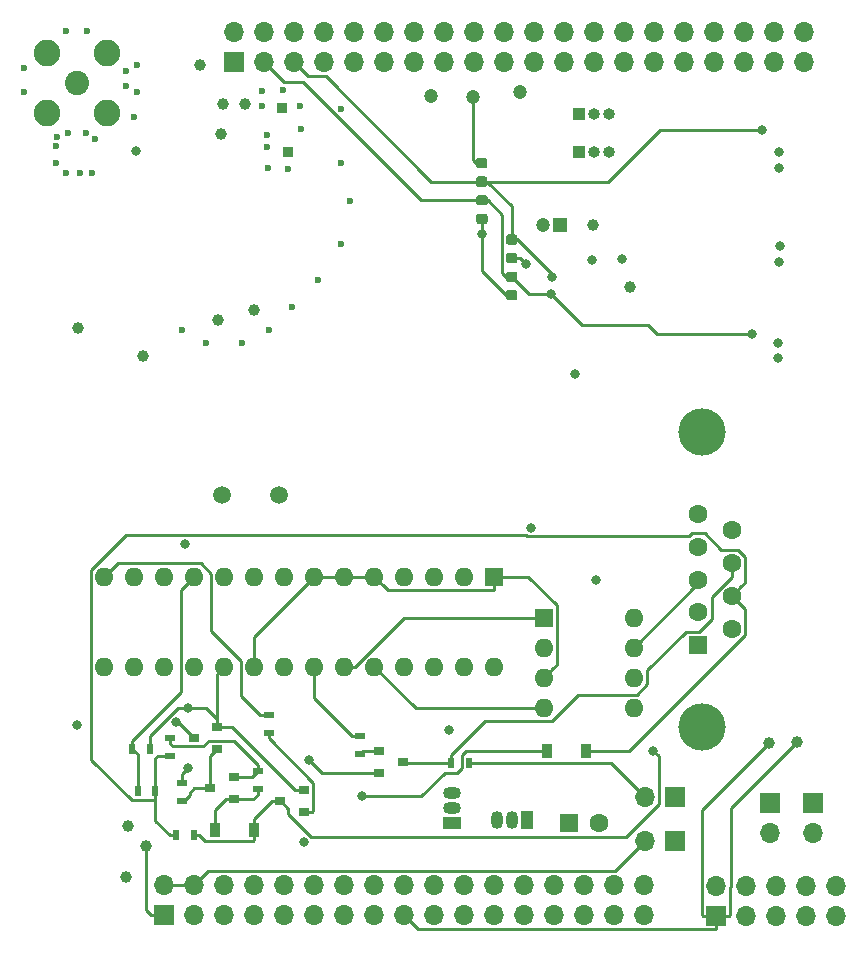
<source format=gbl>
G04 #@! TF.GenerationSoftware,KiCad,Pcbnew,(5.1.5)-3*
G04 #@! TF.CreationDate,2020-04-30T00:21:43-07:00*
G04 #@! TF.ProjectId,DashSight-Mezzanine-Card,44617368-5369-4676-9874-2d4d657a7a61,rev?*
G04 #@! TF.SameCoordinates,Original*
G04 #@! TF.FileFunction,Copper,L4,Bot*
G04 #@! TF.FilePolarity,Positive*
%FSLAX46Y46*%
G04 Gerber Fmt 4.6, Leading zero omitted, Abs format (unit mm)*
G04 Created by KiCad (PCBNEW (5.1.5)-3) date 2020-04-30 00:21:43*
%MOMM*%
%LPD*%
G04 APERTURE LIST*
%ADD10C,1.500000*%
%ADD11R,1.500000X1.050000*%
%ADD12O,1.500000X1.050000*%
%ADD13O,1.600000X1.600000*%
%ADD14R,1.600000X1.600000*%
%ADD15O,1.700000X1.700000*%
%ADD16R,1.700000X1.700000*%
%ADD17C,2.250000*%
%ADD18C,2.050000*%
%ADD19O,1.000000X1.000000*%
%ADD20R,1.000000X1.000000*%
%ADD21R,0.850000X0.850000*%
%ADD22C,0.100000*%
%ADD23C,1.200000*%
%ADD24R,1.200000X1.200000*%
%ADD25R,1.050000X1.500000*%
%ADD26O,1.050000X1.500000*%
%ADD27C,1.600000*%
%ADD28R,0.900000X0.800000*%
%ADD29C,4.000000*%
%ADD30R,0.900000X0.500000*%
%ADD31R,0.900000X1.200000*%
%ADD32R,0.500000X0.900000*%
%ADD33C,0.600000*%
%ADD34C,0.800000*%
%ADD35C,1.000000*%
%ADD36C,0.250000*%
G04 APERTURE END LIST*
D10*
X145869000Y-87439500D03*
X150749000Y-87439500D03*
D11*
X165417500Y-115189000D03*
D12*
X165417500Y-112649000D03*
X165417500Y-113919000D03*
D13*
X180784500Y-97853500D03*
X173164500Y-105473500D03*
X180784500Y-100393500D03*
X173164500Y-102933500D03*
X180784500Y-102933500D03*
X173164500Y-100393500D03*
X180784500Y-105473500D03*
D14*
X173164500Y-97853500D03*
D15*
X181737000Y-113030000D03*
D16*
X184277000Y-113030000D03*
D15*
X181737000Y-116713000D03*
D16*
X184277000Y-116713000D03*
D15*
X197866000Y-120523000D03*
X197866000Y-123063000D03*
X195326000Y-120523000D03*
X195326000Y-123063000D03*
X192786000Y-120523000D03*
X192786000Y-123063000D03*
X190246000Y-120523000D03*
X190246000Y-123063000D03*
X187706000Y-120523000D03*
D16*
X187706000Y-123063000D03*
D17*
X131064000Y-55118000D03*
X131064000Y-50038000D03*
X136144000Y-50038000D03*
X136144000Y-55118000D03*
D18*
X133604000Y-52578000D03*
D15*
X181640000Y-120460000D03*
X181640000Y-123000000D03*
X179100000Y-120460000D03*
X179100000Y-123000000D03*
X176560000Y-120460000D03*
X176560000Y-123000000D03*
X174020000Y-120460000D03*
X174020000Y-123000000D03*
X171480000Y-120460000D03*
X171480000Y-123000000D03*
X168940000Y-120460000D03*
X168940000Y-123000000D03*
X166400000Y-120460000D03*
X166400000Y-123000000D03*
X163860000Y-120460000D03*
X163860000Y-123000000D03*
X161320000Y-120460000D03*
X161320000Y-123000000D03*
X158780000Y-120460000D03*
X158780000Y-123000000D03*
X156240000Y-120460000D03*
X156240000Y-123000000D03*
X153700000Y-120460000D03*
X153700000Y-123000000D03*
X151160000Y-120460000D03*
X151160000Y-123000000D03*
X148620000Y-120460000D03*
X148620000Y-123000000D03*
X146080000Y-120460000D03*
X146080000Y-123000000D03*
X143540000Y-120460000D03*
X143540000Y-123000000D03*
X141000000Y-120460000D03*
D16*
X141000000Y-123000000D03*
D15*
X195199000Y-48276000D03*
X195199000Y-50816000D03*
X192659000Y-48276000D03*
X192659000Y-50816000D03*
X190119000Y-48276000D03*
X190119000Y-50816000D03*
X187579000Y-48276000D03*
X187579000Y-50816000D03*
X185039000Y-48276000D03*
X185039000Y-50816000D03*
X182499000Y-48276000D03*
X182499000Y-50816000D03*
X179959000Y-48276000D03*
X179959000Y-50816000D03*
X177419000Y-48276000D03*
X177419000Y-50816000D03*
X174879000Y-48276000D03*
X174879000Y-50816000D03*
X172339000Y-48276000D03*
X172339000Y-50816000D03*
X169799000Y-48276000D03*
X169799000Y-50816000D03*
X167259000Y-48276000D03*
X167259000Y-50816000D03*
X164719000Y-48276000D03*
X164719000Y-50816000D03*
X162179000Y-48276000D03*
X162179000Y-50816000D03*
X159639000Y-48276000D03*
X159639000Y-50816000D03*
X157099000Y-48276000D03*
X157099000Y-50816000D03*
X154559000Y-48276000D03*
X154559000Y-50816000D03*
X152019000Y-48276000D03*
X152019000Y-50816000D03*
X149479000Y-48276000D03*
X149479000Y-50816000D03*
X146939000Y-48276000D03*
D16*
X146939000Y-50816000D03*
D19*
X178714400Y-55168800D03*
X177444400Y-55168800D03*
D20*
X176174400Y-55168800D03*
D19*
X178714400Y-58394600D03*
X177444400Y-58394600D03*
D20*
X176174400Y-58394600D03*
D21*
X151028400Y-54711600D03*
X151536400Y-58420000D03*
G04 #@! TA.AperFunction,SMDPad,CuDef*
D22*
G36*
X168197091Y-62047453D02*
G01*
X168218326Y-62050603D01*
X168239150Y-62055819D01*
X168259362Y-62063051D01*
X168278768Y-62072230D01*
X168297181Y-62083266D01*
X168314424Y-62096054D01*
X168330330Y-62110470D01*
X168344746Y-62126376D01*
X168357534Y-62143619D01*
X168368570Y-62162032D01*
X168377749Y-62181438D01*
X168384981Y-62201650D01*
X168390197Y-62222474D01*
X168393347Y-62243709D01*
X168394400Y-62265150D01*
X168394400Y-62702650D01*
X168393347Y-62724091D01*
X168390197Y-62745326D01*
X168384981Y-62766150D01*
X168377749Y-62786362D01*
X168368570Y-62805768D01*
X168357534Y-62824181D01*
X168344746Y-62841424D01*
X168330330Y-62857330D01*
X168314424Y-62871746D01*
X168297181Y-62884534D01*
X168278768Y-62895570D01*
X168259362Y-62904749D01*
X168239150Y-62911981D01*
X168218326Y-62917197D01*
X168197091Y-62920347D01*
X168175650Y-62921400D01*
X167663150Y-62921400D01*
X167641709Y-62920347D01*
X167620474Y-62917197D01*
X167599650Y-62911981D01*
X167579438Y-62904749D01*
X167560032Y-62895570D01*
X167541619Y-62884534D01*
X167524376Y-62871746D01*
X167508470Y-62857330D01*
X167494054Y-62841424D01*
X167481266Y-62824181D01*
X167470230Y-62805768D01*
X167461051Y-62786362D01*
X167453819Y-62766150D01*
X167448603Y-62745326D01*
X167445453Y-62724091D01*
X167444400Y-62702650D01*
X167444400Y-62265150D01*
X167445453Y-62243709D01*
X167448603Y-62222474D01*
X167453819Y-62201650D01*
X167461051Y-62181438D01*
X167470230Y-62162032D01*
X167481266Y-62143619D01*
X167494054Y-62126376D01*
X167508470Y-62110470D01*
X167524376Y-62096054D01*
X167541619Y-62083266D01*
X167560032Y-62072230D01*
X167579438Y-62063051D01*
X167599650Y-62055819D01*
X167620474Y-62050603D01*
X167641709Y-62047453D01*
X167663150Y-62046400D01*
X168175650Y-62046400D01*
X168197091Y-62047453D01*
G37*
G04 #@! TD.AperFunction*
G04 #@! TA.AperFunction,SMDPad,CuDef*
G36*
X168197091Y-63622453D02*
G01*
X168218326Y-63625603D01*
X168239150Y-63630819D01*
X168259362Y-63638051D01*
X168278768Y-63647230D01*
X168297181Y-63658266D01*
X168314424Y-63671054D01*
X168330330Y-63685470D01*
X168344746Y-63701376D01*
X168357534Y-63718619D01*
X168368570Y-63737032D01*
X168377749Y-63756438D01*
X168384981Y-63776650D01*
X168390197Y-63797474D01*
X168393347Y-63818709D01*
X168394400Y-63840150D01*
X168394400Y-64277650D01*
X168393347Y-64299091D01*
X168390197Y-64320326D01*
X168384981Y-64341150D01*
X168377749Y-64361362D01*
X168368570Y-64380768D01*
X168357534Y-64399181D01*
X168344746Y-64416424D01*
X168330330Y-64432330D01*
X168314424Y-64446746D01*
X168297181Y-64459534D01*
X168278768Y-64470570D01*
X168259362Y-64479749D01*
X168239150Y-64486981D01*
X168218326Y-64492197D01*
X168197091Y-64495347D01*
X168175650Y-64496400D01*
X167663150Y-64496400D01*
X167641709Y-64495347D01*
X167620474Y-64492197D01*
X167599650Y-64486981D01*
X167579438Y-64479749D01*
X167560032Y-64470570D01*
X167541619Y-64459534D01*
X167524376Y-64446746D01*
X167508470Y-64432330D01*
X167494054Y-64416424D01*
X167481266Y-64399181D01*
X167470230Y-64380768D01*
X167461051Y-64361362D01*
X167453819Y-64341150D01*
X167448603Y-64320326D01*
X167445453Y-64299091D01*
X167444400Y-64277650D01*
X167444400Y-63840150D01*
X167445453Y-63818709D01*
X167448603Y-63797474D01*
X167453819Y-63776650D01*
X167461051Y-63756438D01*
X167470230Y-63737032D01*
X167481266Y-63718619D01*
X167494054Y-63701376D01*
X167508470Y-63685470D01*
X167524376Y-63671054D01*
X167541619Y-63658266D01*
X167560032Y-63647230D01*
X167579438Y-63638051D01*
X167599650Y-63630819D01*
X167620474Y-63625603D01*
X167641709Y-63622453D01*
X167663150Y-63621400D01*
X168175650Y-63621400D01*
X168197091Y-63622453D01*
G37*
G04 #@! TD.AperFunction*
G04 #@! TA.AperFunction,SMDPad,CuDef*
G36*
X168171691Y-60472853D02*
G01*
X168192926Y-60476003D01*
X168213750Y-60481219D01*
X168233962Y-60488451D01*
X168253368Y-60497630D01*
X168271781Y-60508666D01*
X168289024Y-60521454D01*
X168304930Y-60535870D01*
X168319346Y-60551776D01*
X168332134Y-60569019D01*
X168343170Y-60587432D01*
X168352349Y-60606838D01*
X168359581Y-60627050D01*
X168364797Y-60647874D01*
X168367947Y-60669109D01*
X168369000Y-60690550D01*
X168369000Y-61128050D01*
X168367947Y-61149491D01*
X168364797Y-61170726D01*
X168359581Y-61191550D01*
X168352349Y-61211762D01*
X168343170Y-61231168D01*
X168332134Y-61249581D01*
X168319346Y-61266824D01*
X168304930Y-61282730D01*
X168289024Y-61297146D01*
X168271781Y-61309934D01*
X168253368Y-61320970D01*
X168233962Y-61330149D01*
X168213750Y-61337381D01*
X168192926Y-61342597D01*
X168171691Y-61345747D01*
X168150250Y-61346800D01*
X167637750Y-61346800D01*
X167616309Y-61345747D01*
X167595074Y-61342597D01*
X167574250Y-61337381D01*
X167554038Y-61330149D01*
X167534632Y-61320970D01*
X167516219Y-61309934D01*
X167498976Y-61297146D01*
X167483070Y-61282730D01*
X167468654Y-61266824D01*
X167455866Y-61249581D01*
X167444830Y-61231168D01*
X167435651Y-61211762D01*
X167428419Y-61191550D01*
X167423203Y-61170726D01*
X167420053Y-61149491D01*
X167419000Y-61128050D01*
X167419000Y-60690550D01*
X167420053Y-60669109D01*
X167423203Y-60647874D01*
X167428419Y-60627050D01*
X167435651Y-60606838D01*
X167444830Y-60587432D01*
X167455866Y-60569019D01*
X167468654Y-60551776D01*
X167483070Y-60535870D01*
X167498976Y-60521454D01*
X167516219Y-60508666D01*
X167534632Y-60497630D01*
X167554038Y-60488451D01*
X167574250Y-60481219D01*
X167595074Y-60476003D01*
X167616309Y-60472853D01*
X167637750Y-60471800D01*
X168150250Y-60471800D01*
X168171691Y-60472853D01*
G37*
G04 #@! TD.AperFunction*
G04 #@! TA.AperFunction,SMDPad,CuDef*
G36*
X168171691Y-58897853D02*
G01*
X168192926Y-58901003D01*
X168213750Y-58906219D01*
X168233962Y-58913451D01*
X168253368Y-58922630D01*
X168271781Y-58933666D01*
X168289024Y-58946454D01*
X168304930Y-58960870D01*
X168319346Y-58976776D01*
X168332134Y-58994019D01*
X168343170Y-59012432D01*
X168352349Y-59031838D01*
X168359581Y-59052050D01*
X168364797Y-59072874D01*
X168367947Y-59094109D01*
X168369000Y-59115550D01*
X168369000Y-59553050D01*
X168367947Y-59574491D01*
X168364797Y-59595726D01*
X168359581Y-59616550D01*
X168352349Y-59636762D01*
X168343170Y-59656168D01*
X168332134Y-59674581D01*
X168319346Y-59691824D01*
X168304930Y-59707730D01*
X168289024Y-59722146D01*
X168271781Y-59734934D01*
X168253368Y-59745970D01*
X168233962Y-59755149D01*
X168213750Y-59762381D01*
X168192926Y-59767597D01*
X168171691Y-59770747D01*
X168150250Y-59771800D01*
X167637750Y-59771800D01*
X167616309Y-59770747D01*
X167595074Y-59767597D01*
X167574250Y-59762381D01*
X167554038Y-59755149D01*
X167534632Y-59745970D01*
X167516219Y-59734934D01*
X167498976Y-59722146D01*
X167483070Y-59707730D01*
X167468654Y-59691824D01*
X167455866Y-59674581D01*
X167444830Y-59656168D01*
X167435651Y-59636762D01*
X167428419Y-59616550D01*
X167423203Y-59595726D01*
X167420053Y-59574491D01*
X167419000Y-59553050D01*
X167419000Y-59115550D01*
X167420053Y-59094109D01*
X167423203Y-59072874D01*
X167428419Y-59052050D01*
X167435651Y-59031838D01*
X167444830Y-59012432D01*
X167455866Y-58994019D01*
X167468654Y-58976776D01*
X167483070Y-58960870D01*
X167498976Y-58946454D01*
X167516219Y-58933666D01*
X167534632Y-58922630D01*
X167554038Y-58913451D01*
X167574250Y-58906219D01*
X167595074Y-58901003D01*
X167616309Y-58897853D01*
X167637750Y-58896800D01*
X168150250Y-58896800D01*
X168171691Y-58897853D01*
G37*
G04 #@! TD.AperFunction*
G04 #@! TA.AperFunction,SMDPad,CuDef*
G36*
X170711691Y-68524453D02*
G01*
X170732926Y-68527603D01*
X170753750Y-68532819D01*
X170773962Y-68540051D01*
X170793368Y-68549230D01*
X170811781Y-68560266D01*
X170829024Y-68573054D01*
X170844930Y-68587470D01*
X170859346Y-68603376D01*
X170872134Y-68620619D01*
X170883170Y-68639032D01*
X170892349Y-68658438D01*
X170899581Y-68678650D01*
X170904797Y-68699474D01*
X170907947Y-68720709D01*
X170909000Y-68742150D01*
X170909000Y-69179650D01*
X170907947Y-69201091D01*
X170904797Y-69222326D01*
X170899581Y-69243150D01*
X170892349Y-69263362D01*
X170883170Y-69282768D01*
X170872134Y-69301181D01*
X170859346Y-69318424D01*
X170844930Y-69334330D01*
X170829024Y-69348746D01*
X170811781Y-69361534D01*
X170793368Y-69372570D01*
X170773962Y-69381749D01*
X170753750Y-69388981D01*
X170732926Y-69394197D01*
X170711691Y-69397347D01*
X170690250Y-69398400D01*
X170177750Y-69398400D01*
X170156309Y-69397347D01*
X170135074Y-69394197D01*
X170114250Y-69388981D01*
X170094038Y-69381749D01*
X170074632Y-69372570D01*
X170056219Y-69361534D01*
X170038976Y-69348746D01*
X170023070Y-69334330D01*
X170008654Y-69318424D01*
X169995866Y-69301181D01*
X169984830Y-69282768D01*
X169975651Y-69263362D01*
X169968419Y-69243150D01*
X169963203Y-69222326D01*
X169960053Y-69201091D01*
X169959000Y-69179650D01*
X169959000Y-68742150D01*
X169960053Y-68720709D01*
X169963203Y-68699474D01*
X169968419Y-68678650D01*
X169975651Y-68658438D01*
X169984830Y-68639032D01*
X169995866Y-68620619D01*
X170008654Y-68603376D01*
X170023070Y-68587470D01*
X170038976Y-68573054D01*
X170056219Y-68560266D01*
X170074632Y-68549230D01*
X170094038Y-68540051D01*
X170114250Y-68532819D01*
X170135074Y-68527603D01*
X170156309Y-68524453D01*
X170177750Y-68523400D01*
X170690250Y-68523400D01*
X170711691Y-68524453D01*
G37*
G04 #@! TD.AperFunction*
G04 #@! TA.AperFunction,SMDPad,CuDef*
G36*
X170711691Y-70099453D02*
G01*
X170732926Y-70102603D01*
X170753750Y-70107819D01*
X170773962Y-70115051D01*
X170793368Y-70124230D01*
X170811781Y-70135266D01*
X170829024Y-70148054D01*
X170844930Y-70162470D01*
X170859346Y-70178376D01*
X170872134Y-70195619D01*
X170883170Y-70214032D01*
X170892349Y-70233438D01*
X170899581Y-70253650D01*
X170904797Y-70274474D01*
X170907947Y-70295709D01*
X170909000Y-70317150D01*
X170909000Y-70754650D01*
X170907947Y-70776091D01*
X170904797Y-70797326D01*
X170899581Y-70818150D01*
X170892349Y-70838362D01*
X170883170Y-70857768D01*
X170872134Y-70876181D01*
X170859346Y-70893424D01*
X170844930Y-70909330D01*
X170829024Y-70923746D01*
X170811781Y-70936534D01*
X170793368Y-70947570D01*
X170773962Y-70956749D01*
X170753750Y-70963981D01*
X170732926Y-70969197D01*
X170711691Y-70972347D01*
X170690250Y-70973400D01*
X170177750Y-70973400D01*
X170156309Y-70972347D01*
X170135074Y-70969197D01*
X170114250Y-70963981D01*
X170094038Y-70956749D01*
X170074632Y-70947570D01*
X170056219Y-70936534D01*
X170038976Y-70923746D01*
X170023070Y-70909330D01*
X170008654Y-70893424D01*
X169995866Y-70876181D01*
X169984830Y-70857768D01*
X169975651Y-70838362D01*
X169968419Y-70818150D01*
X169963203Y-70797326D01*
X169960053Y-70776091D01*
X169959000Y-70754650D01*
X169959000Y-70317150D01*
X169960053Y-70295709D01*
X169963203Y-70274474D01*
X169968419Y-70253650D01*
X169975651Y-70233438D01*
X169984830Y-70214032D01*
X169995866Y-70195619D01*
X170008654Y-70178376D01*
X170023070Y-70162470D01*
X170038976Y-70148054D01*
X170056219Y-70135266D01*
X170074632Y-70124230D01*
X170094038Y-70115051D01*
X170114250Y-70107819D01*
X170135074Y-70102603D01*
X170156309Y-70099453D01*
X170177750Y-70098400D01*
X170690250Y-70098400D01*
X170711691Y-70099453D01*
G37*
G04 #@! TD.AperFunction*
G04 #@! TA.AperFunction,SMDPad,CuDef*
G36*
X170711691Y-65374853D02*
G01*
X170732926Y-65378003D01*
X170753750Y-65383219D01*
X170773962Y-65390451D01*
X170793368Y-65399630D01*
X170811781Y-65410666D01*
X170829024Y-65423454D01*
X170844930Y-65437870D01*
X170859346Y-65453776D01*
X170872134Y-65471019D01*
X170883170Y-65489432D01*
X170892349Y-65508838D01*
X170899581Y-65529050D01*
X170904797Y-65549874D01*
X170907947Y-65571109D01*
X170909000Y-65592550D01*
X170909000Y-66030050D01*
X170907947Y-66051491D01*
X170904797Y-66072726D01*
X170899581Y-66093550D01*
X170892349Y-66113762D01*
X170883170Y-66133168D01*
X170872134Y-66151581D01*
X170859346Y-66168824D01*
X170844930Y-66184730D01*
X170829024Y-66199146D01*
X170811781Y-66211934D01*
X170793368Y-66222970D01*
X170773962Y-66232149D01*
X170753750Y-66239381D01*
X170732926Y-66244597D01*
X170711691Y-66247747D01*
X170690250Y-66248800D01*
X170177750Y-66248800D01*
X170156309Y-66247747D01*
X170135074Y-66244597D01*
X170114250Y-66239381D01*
X170094038Y-66232149D01*
X170074632Y-66222970D01*
X170056219Y-66211934D01*
X170038976Y-66199146D01*
X170023070Y-66184730D01*
X170008654Y-66168824D01*
X169995866Y-66151581D01*
X169984830Y-66133168D01*
X169975651Y-66113762D01*
X169968419Y-66093550D01*
X169963203Y-66072726D01*
X169960053Y-66051491D01*
X169959000Y-66030050D01*
X169959000Y-65592550D01*
X169960053Y-65571109D01*
X169963203Y-65549874D01*
X169968419Y-65529050D01*
X169975651Y-65508838D01*
X169984830Y-65489432D01*
X169995866Y-65471019D01*
X170008654Y-65453776D01*
X170023070Y-65437870D01*
X170038976Y-65423454D01*
X170056219Y-65410666D01*
X170074632Y-65399630D01*
X170094038Y-65390451D01*
X170114250Y-65383219D01*
X170135074Y-65378003D01*
X170156309Y-65374853D01*
X170177750Y-65373800D01*
X170690250Y-65373800D01*
X170711691Y-65374853D01*
G37*
G04 #@! TD.AperFunction*
G04 #@! TA.AperFunction,SMDPad,CuDef*
G36*
X170711691Y-66949853D02*
G01*
X170732926Y-66953003D01*
X170753750Y-66958219D01*
X170773962Y-66965451D01*
X170793368Y-66974630D01*
X170811781Y-66985666D01*
X170829024Y-66998454D01*
X170844930Y-67012870D01*
X170859346Y-67028776D01*
X170872134Y-67046019D01*
X170883170Y-67064432D01*
X170892349Y-67083838D01*
X170899581Y-67104050D01*
X170904797Y-67124874D01*
X170907947Y-67146109D01*
X170909000Y-67167550D01*
X170909000Y-67605050D01*
X170907947Y-67626491D01*
X170904797Y-67647726D01*
X170899581Y-67668550D01*
X170892349Y-67688762D01*
X170883170Y-67708168D01*
X170872134Y-67726581D01*
X170859346Y-67743824D01*
X170844930Y-67759730D01*
X170829024Y-67774146D01*
X170811781Y-67786934D01*
X170793368Y-67797970D01*
X170773962Y-67807149D01*
X170753750Y-67814381D01*
X170732926Y-67819597D01*
X170711691Y-67822747D01*
X170690250Y-67823800D01*
X170177750Y-67823800D01*
X170156309Y-67822747D01*
X170135074Y-67819597D01*
X170114250Y-67814381D01*
X170094038Y-67807149D01*
X170074632Y-67797970D01*
X170056219Y-67786934D01*
X170038976Y-67774146D01*
X170023070Y-67759730D01*
X170008654Y-67743824D01*
X169995866Y-67726581D01*
X169984830Y-67708168D01*
X169975651Y-67688762D01*
X169968419Y-67668550D01*
X169963203Y-67647726D01*
X169960053Y-67626491D01*
X169959000Y-67605050D01*
X169959000Y-67167550D01*
X169960053Y-67146109D01*
X169963203Y-67124874D01*
X169968419Y-67104050D01*
X169975651Y-67083838D01*
X169984830Y-67064432D01*
X169995866Y-67046019D01*
X170008654Y-67028776D01*
X170023070Y-67012870D01*
X170038976Y-66998454D01*
X170056219Y-66985666D01*
X170074632Y-66974630D01*
X170094038Y-66965451D01*
X170114250Y-66958219D01*
X170135074Y-66953003D01*
X170156309Y-66949853D01*
X170177750Y-66948800D01*
X170690250Y-66948800D01*
X170711691Y-66949853D01*
G37*
G04 #@! TD.AperFunction*
D23*
X173048800Y-64617600D03*
D24*
X174548800Y-64617600D03*
D25*
X171704000Y-114998500D03*
D26*
X169164000Y-114998500D03*
X170434000Y-114998500D03*
D27*
X177823500Y-115252500D03*
D14*
X175323500Y-115252500D03*
D15*
X192278000Y-116078000D03*
D16*
X192278000Y-113538000D03*
D15*
X195961000Y-116078000D03*
D16*
X195961000Y-113538000D03*
D28*
X161210500Y-110045500D03*
X159210500Y-109095500D03*
X159210500Y-110995500D03*
X143526000Y-108013500D03*
X145526000Y-108963500D03*
X145526000Y-107063500D03*
X144923000Y-112268000D03*
X146923000Y-113218000D03*
X146923000Y-111318000D03*
X150828500Y-113347500D03*
X152828500Y-114297500D03*
X152828500Y-112397500D03*
D29*
X186545500Y-82099500D03*
X186545500Y-107099500D03*
D27*
X189085500Y-90444500D03*
X189085500Y-93214500D03*
X189085500Y-95984500D03*
X189085500Y-98754500D03*
X186245500Y-89059500D03*
X186245500Y-91829500D03*
X186245500Y-94599500D03*
X186245500Y-97369500D03*
D14*
X186245500Y-100139500D03*
D30*
X142494000Y-113335500D03*
X142494000Y-111835500D03*
D31*
X176719500Y-109156500D03*
X173419500Y-109156500D03*
X148589000Y-115824000D03*
X145289000Y-115824000D03*
D14*
X168973500Y-94361000D03*
D13*
X135953500Y-101981000D03*
X166433500Y-94361000D03*
X138493500Y-101981000D03*
X163893500Y-94361000D03*
X141033500Y-101981000D03*
X161353500Y-94361000D03*
X143573500Y-101981000D03*
X158813500Y-94361000D03*
X146113500Y-101981000D03*
X156273500Y-94361000D03*
X148653500Y-101981000D03*
X153733500Y-94361000D03*
X151193500Y-101981000D03*
X151193500Y-94361000D03*
X153733500Y-101981000D03*
X148653500Y-94361000D03*
X156273500Y-101981000D03*
X146113500Y-94361000D03*
X158813500Y-101981000D03*
X143573500Y-94361000D03*
X161353500Y-101981000D03*
X141033500Y-94361000D03*
X163893500Y-101981000D03*
X138493500Y-94361000D03*
X166433500Y-101981000D03*
X135953500Y-94361000D03*
X168973500Y-101981000D03*
D32*
X166802500Y-110172500D03*
X165302500Y-110172500D03*
X138315000Y-108966000D03*
X139815000Y-108966000D03*
X138759500Y-112522000D03*
X140259500Y-112522000D03*
D30*
X141541500Y-109525500D03*
X141541500Y-108025500D03*
X157607000Y-107835000D03*
X157607000Y-109335000D03*
D32*
X141998000Y-116268500D03*
X143498000Y-116268500D03*
D30*
X148971000Y-112319500D03*
X148971000Y-110819500D03*
X149860000Y-107557000D03*
X149860000Y-106057000D03*
D33*
X149313900Y-53276500D03*
X138480800Y-55422800D03*
D34*
X193090800Y-59740800D03*
X193090800Y-67691000D03*
X193014600Y-75869800D03*
X179781200Y-67462400D03*
D35*
X180441600Y-69850000D03*
X177342800Y-64566800D03*
D23*
X171119800Y-53340000D03*
D33*
X149720300Y-56984900D03*
X149720300Y-58013600D03*
X149771100Y-59778900D03*
X149313900Y-54495700D03*
X151091900Y-53124100D03*
X152552400Y-54508400D03*
X152615900Y-56426100D03*
X151498300Y-59880500D03*
D23*
X163576000Y-53695600D03*
D34*
X143065500Y-105473500D03*
X143002000Y-110553500D03*
X165163500Y-107378500D03*
X153289000Y-109918500D03*
X142748000Y-91567000D03*
X133667500Y-106934000D03*
X172085000Y-90233500D03*
X177546000Y-94615000D03*
D33*
X144589500Y-74549000D03*
X147574000Y-74549000D03*
X149923500Y-73469500D03*
X151828500Y-71501000D03*
X154051000Y-69215000D03*
X155956000Y-66230500D03*
X156718000Y-62547500D03*
X142557500Y-73469500D03*
D35*
X137922000Y-115443000D03*
X137795000Y-119761000D03*
X133731000Y-73279000D03*
D34*
X138620500Y-58356500D03*
D33*
X135128000Y-57277000D03*
X131953000Y-57150000D03*
D35*
X144018000Y-51054000D03*
D33*
X137795000Y-51562000D03*
X137795000Y-52832000D03*
X138684000Y-51054000D03*
X138684000Y-53340000D03*
X132715000Y-48133000D03*
X134493000Y-48133000D03*
X129159000Y-51308000D03*
X129159000Y-53340000D03*
X132715000Y-60198000D03*
X133858000Y-60198000D03*
X134874000Y-60198000D03*
X134366000Y-56769000D03*
X132842000Y-56769000D03*
X131826000Y-57912000D03*
X131826000Y-59309000D03*
D35*
X148590000Y-71755000D03*
D33*
X155956000Y-54800500D03*
X156019500Y-59372500D03*
D34*
X142049500Y-106680000D03*
X182435500Y-109093000D03*
X193090800Y-58445400D03*
X193141600Y-66344800D03*
X192989200Y-74599800D03*
D23*
X167195500Y-53733700D03*
D34*
X175768000Y-77165200D03*
X167944800Y-65328800D03*
X171653200Y-67868800D03*
X177241200Y-67564000D03*
D35*
X139446000Y-117195600D03*
X147878800Y-54305200D03*
X145999200Y-54305200D03*
X194564000Y-108394500D03*
D34*
X152844500Y-116840000D03*
D35*
X139192000Y-75692000D03*
X145542000Y-72644000D03*
X145796000Y-56896000D03*
X192214500Y-108458000D03*
D34*
X157797500Y-112966500D03*
X190779400Y-73812400D03*
X173786800Y-70408800D03*
X191643000Y-56565800D03*
X173837600Y-68986400D03*
D36*
X146226000Y-107063500D02*
X145526000Y-107063500D01*
X152128500Y-112397500D02*
X146794500Y-107063500D01*
X146794500Y-107063500D02*
X146226000Y-107063500D01*
X152828500Y-112397500D02*
X152128500Y-112397500D01*
X145526000Y-102568500D02*
X146113500Y-101981000D01*
X145526000Y-107063500D02*
X145526000Y-102568500D01*
X154366000Y-110995500D02*
X153289000Y-109918500D01*
X159210500Y-110995500D02*
X154366000Y-110995500D01*
X142494000Y-111061500D02*
X143002000Y-110553500D01*
X142494000Y-111835500D02*
X142494000Y-111061500D01*
X139815000Y-108266000D02*
X139815000Y-108966000D01*
X142182998Y-105473500D02*
X139815000Y-107841498D01*
X139815000Y-107841498D02*
X139815000Y-108266000D01*
X143065500Y-105473500D02*
X142182998Y-105473500D01*
X145526000Y-106413500D02*
X145526000Y-107063500D01*
X144586000Y-105473500D02*
X145526000Y-106413500D01*
X143065500Y-105473500D02*
X144586000Y-105473500D01*
X142192500Y-106680000D02*
X143526000Y-108013500D01*
X142049500Y-106680000D02*
X142192500Y-106680000D01*
X142694000Y-113335500D02*
X142494000Y-113335500D01*
X143194000Y-112635500D02*
X143194000Y-112835500D01*
X143194000Y-112835500D02*
X142694000Y-113335500D01*
X143561500Y-112268000D02*
X143194000Y-112635500D01*
X144923000Y-112268000D02*
X143561500Y-112268000D01*
X144923000Y-109566500D02*
X145526000Y-108963500D01*
X144923000Y-112268000D02*
X144923000Y-109566500D01*
X148472500Y-111318000D02*
X148971000Y-110819500D01*
X146923000Y-111318000D02*
X148472500Y-111318000D01*
X148971000Y-110319500D02*
X148971000Y-110819500D01*
X146889999Y-108238499D02*
X148971000Y-110319500D01*
X144315997Y-108738501D02*
X144815999Y-108238499D01*
X144815999Y-108238499D02*
X146889999Y-108238499D01*
X141754501Y-108738501D02*
X144315997Y-108738501D01*
X141541500Y-108525500D02*
X141754501Y-108738501D01*
X141541500Y-108025500D02*
X141541500Y-108525500D01*
X146223000Y-113218000D02*
X146923000Y-113218000D01*
X145289000Y-114152000D02*
X146223000Y-113218000D01*
X145289000Y-115824000D02*
X145289000Y-114152000D01*
X148971000Y-112819500D02*
X148971000Y-112319500D01*
X148572500Y-113218000D02*
X148971000Y-112819500D01*
X146923000Y-113218000D02*
X148572500Y-113218000D01*
X150128500Y-113347500D02*
X148589000Y-114887000D01*
X148589000Y-114974000D02*
X148589000Y-115824000D01*
X148589000Y-114887000D02*
X148589000Y-114974000D01*
X150828500Y-113347500D02*
X150128500Y-113347500D01*
X148513999Y-116749001D02*
X148589000Y-116674000D01*
X148589000Y-116674000D02*
X148589000Y-115824000D01*
X144478501Y-116749001D02*
X148513999Y-116749001D01*
X143998000Y-116268500D02*
X144478501Y-116749001D01*
X143498000Y-116268500D02*
X143998000Y-116268500D01*
X182835499Y-109492999D02*
X182435500Y-109093000D01*
X180128501Y-116377501D02*
X182912001Y-113594001D01*
X182912001Y-109569501D02*
X182835499Y-109492999D01*
X151528500Y-114432502D02*
X153473499Y-116377501D01*
X151528500Y-113997500D02*
X151528500Y-114432502D01*
X182912001Y-113594001D02*
X182912001Y-109569501D01*
X150878500Y-113347500D02*
X151528500Y-113997500D01*
X153473499Y-116377501D02*
X180128501Y-116377501D01*
X150828500Y-113347500D02*
X150878500Y-113347500D01*
X149860000Y-108057000D02*
X153603501Y-111800501D01*
X149860000Y-107557000D02*
X149860000Y-108057000D01*
X153528500Y-114297500D02*
X152828500Y-114297500D01*
X153603501Y-114222499D02*
X153528500Y-114297500D01*
X153603501Y-111800501D02*
X153603501Y-114222499D01*
X161337500Y-110172500D02*
X161210500Y-110045500D01*
X165302500Y-110172500D02*
X161337500Y-110172500D01*
X181909501Y-103473501D02*
X181034503Y-104348499D01*
X181909501Y-102290497D02*
X181909501Y-103473501D01*
X185185499Y-99014499D02*
X181909501Y-102290497D01*
X186265503Y-99014499D02*
X185185499Y-99014499D01*
X187370501Y-97909501D02*
X186265503Y-99014499D01*
X187370501Y-96060869D02*
X187370501Y-97909501D01*
X189085500Y-94345870D02*
X187370501Y-96060869D01*
X189085500Y-93214500D02*
X189085500Y-94345870D01*
X173817499Y-106598501D02*
X176067501Y-104348499D01*
X165302500Y-109472500D02*
X168176499Y-106598501D01*
X168176499Y-106598501D02*
X173817499Y-106598501D01*
X165302500Y-110172500D02*
X165302500Y-109472500D01*
X176067501Y-104348499D02*
X175954503Y-104348499D01*
X181034503Y-104348499D02*
X176067501Y-104348499D01*
X157846500Y-109095500D02*
X157607000Y-109335000D01*
X159210500Y-109095500D02*
X157846500Y-109095500D01*
X149160000Y-106057000D02*
X149860000Y-106057000D01*
X147528499Y-104425499D02*
X149160000Y-106057000D01*
X147528499Y-101490999D02*
X147528499Y-104425499D01*
X144988499Y-94110997D02*
X144988499Y-98950999D01*
X144988499Y-98950999D02*
X147528499Y-101490999D01*
X135953500Y-94361000D02*
X137078501Y-93235999D01*
X137078501Y-93235999D02*
X144113501Y-93235999D01*
X144113501Y-93235999D02*
X144988499Y-94110997D01*
X186245500Y-94932500D02*
X186245500Y-94599500D01*
X180784500Y-100393500D02*
X186245500Y-94932500D01*
X190210501Y-99294501D02*
X190210501Y-97109501D01*
X180348502Y-109156500D02*
X190210501Y-99294501D01*
X189885499Y-96784499D02*
X189085500Y-95984500D01*
X190210501Y-97109501D02*
X189885499Y-96784499D01*
X176719500Y-109156500D02*
X180348502Y-109156500D01*
X140259500Y-111822000D02*
X140259500Y-112522000D01*
X140259500Y-109736998D02*
X140259500Y-111822000D01*
X140470998Y-109525500D02*
X140259500Y-109736998D01*
X141541500Y-109525500D02*
X140470998Y-109525500D01*
X141498000Y-116268500D02*
X141998000Y-116268500D01*
X140259500Y-115030000D02*
X141498000Y-116268500D01*
X140259500Y-112522000D02*
X140259500Y-115030000D01*
X134828499Y-109876001D02*
X134828499Y-93820999D01*
X140184499Y-113297001D02*
X138249499Y-113297001D01*
X140259500Y-113222000D02*
X140184499Y-113297001D01*
X138249499Y-113297001D02*
X134828499Y-109876001D01*
X140259500Y-112522000D02*
X140259500Y-113222000D01*
X189885499Y-95184501D02*
X189085500Y-95984500D01*
X190210501Y-94859499D02*
X189885499Y-95184501D01*
X190210501Y-92674499D02*
X190210501Y-94859499D01*
X189625501Y-92089499D02*
X190210501Y-92674499D01*
X188170501Y-92089499D02*
X189625501Y-92089499D01*
X186785501Y-90704499D02*
X188170501Y-92089499D01*
X185705499Y-90704499D02*
X186785501Y-90704499D01*
X185451497Y-90958501D02*
X185705499Y-90704499D01*
X171736999Y-90958501D02*
X185451497Y-90958501D01*
X171611999Y-90833501D02*
X171736999Y-90958501D01*
X137815997Y-90833501D02*
X171611999Y-90833501D01*
X134828499Y-93820999D02*
X137815997Y-90833501D01*
X178879500Y-110172500D02*
X181737000Y-113030000D01*
X166802500Y-110172500D02*
X178879500Y-110172500D01*
X148653500Y-99441000D02*
X153733500Y-94361000D01*
X148653500Y-101981000D02*
X148653500Y-99441000D01*
X174289501Y-96793499D02*
X174289501Y-101808499D01*
X173964499Y-102133501D02*
X173164500Y-102933500D01*
X174289501Y-101808499D02*
X173964499Y-102133501D01*
X171857002Y-94361000D02*
X174289501Y-96793499D01*
X168973500Y-94361000D02*
X171857002Y-94361000D01*
X179165001Y-119284999D02*
X144715001Y-119284999D01*
X144389999Y-119610001D02*
X143540000Y-120460000D01*
X144715001Y-119284999D02*
X144389999Y-119610001D01*
X181737000Y-116713000D02*
X179165001Y-119284999D01*
X141000000Y-120460000D02*
X143540000Y-120460000D01*
X154864870Y-94361000D02*
X156273500Y-94361000D01*
X153733500Y-94361000D02*
X154864870Y-94361000D01*
X156273500Y-94361000D02*
X158813500Y-94361000D01*
X159613499Y-95160999D02*
X158813500Y-94361000D01*
X168898499Y-95486001D02*
X159938501Y-95486001D01*
X159938501Y-95486001D02*
X159613499Y-95160999D01*
X168973500Y-95411000D02*
X168898499Y-95486001D01*
X168973500Y-94361000D02*
X168973500Y-95411000D01*
X153733500Y-103112370D02*
X153733500Y-101981000D01*
X153733500Y-104661500D02*
X153733500Y-103112370D01*
X156907000Y-107835000D02*
X153733500Y-104661500D01*
X157607000Y-107835000D02*
X156907000Y-107835000D01*
X138759500Y-109410500D02*
X138315000Y-108966000D01*
X138759500Y-112522000D02*
X138759500Y-109410500D01*
X142773501Y-95160999D02*
X143573500Y-94361000D01*
X142448499Y-95486001D02*
X142773501Y-95160999D01*
X142448499Y-104132501D02*
X142448499Y-95486001D01*
X138315000Y-108266000D02*
X142448499Y-104132501D01*
X138315000Y-108966000D02*
X138315000Y-108266000D01*
X186606000Y-123063000D02*
X187706000Y-123063000D01*
X186530999Y-122987999D02*
X186606000Y-123063000D01*
X186530999Y-114141501D02*
X186530999Y-122987999D01*
X192214500Y-108458000D02*
X186530999Y-114141501D01*
X194564000Y-108394500D02*
X189039500Y-113919000D01*
X188806000Y-123063000D02*
X187706000Y-123063000D01*
X188881001Y-122987999D02*
X188806000Y-123063000D01*
X188881001Y-120744999D02*
X188881001Y-122987999D01*
X189039500Y-120586500D02*
X188881001Y-120744999D01*
X189039500Y-113919000D02*
X189039500Y-120586500D01*
X139446000Y-122546000D02*
X139446000Y-117902706D01*
X139446000Y-117902706D02*
X139446000Y-117195600D01*
X139900000Y-123000000D02*
X139446000Y-122546000D01*
X141000000Y-123000000D02*
X139900000Y-123000000D01*
X187706000Y-124163000D02*
X187706000Y-123063000D01*
X187693999Y-124175001D02*
X187706000Y-124163000D01*
X162495001Y-124175001D02*
X187693999Y-124175001D01*
X161320000Y-123000000D02*
X162495001Y-124175001D01*
X171170700Y-67386300D02*
X171653200Y-67868800D01*
X170434000Y-67386300D02*
X171170700Y-67386300D01*
X167944800Y-65894485D02*
X167944800Y-65328800D01*
X167944800Y-68521700D02*
X167944800Y-65894485D01*
X169959000Y-70535900D02*
X167944800Y-68521700D01*
X170434000Y-70535900D02*
X169959000Y-70535900D01*
X167919400Y-65303400D02*
X167944800Y-65328800D01*
X167919400Y-64058900D02*
X167919400Y-65303400D01*
X167419000Y-59334300D02*
X167894000Y-59334300D01*
X167195500Y-59110800D02*
X167419000Y-59334300D01*
X167195500Y-53733700D02*
X167195500Y-59110800D01*
X162306000Y-105473500D02*
X173164500Y-105473500D01*
X158813500Y-101981000D02*
X162306000Y-105473500D01*
X172114500Y-97853500D02*
X173164500Y-97853500D01*
X157148498Y-101981000D02*
X161275998Y-97853500D01*
X161275998Y-97853500D02*
X172114500Y-97853500D01*
X156273500Y-101981000D02*
X157148498Y-101981000D01*
X166533498Y-109156500D02*
X172719500Y-109156500D01*
X166227499Y-109462499D02*
X166533498Y-109156500D01*
X166227499Y-110532503D02*
X166227499Y-109462499D01*
X165812501Y-110947501D02*
X166227499Y-110532503D01*
X172719500Y-109156500D02*
X173419500Y-109156500D01*
X162773500Y-112966500D02*
X164792499Y-110947501D01*
X164792499Y-110947501D02*
X165812501Y-110947501D01*
X157797500Y-112966500D02*
X162773500Y-112966500D01*
X151162099Y-52499099D02*
X152729597Y-52499099D01*
X149479000Y-50816000D02*
X151162099Y-52499099D01*
X171881900Y-70408800D02*
X170434000Y-68960900D01*
X173786800Y-70408800D02*
X171881900Y-70408800D01*
X169959000Y-68960900D02*
X170434000Y-68960900D01*
X169633990Y-68635890D02*
X169959000Y-68960900D01*
X169633990Y-63723490D02*
X169633990Y-68635890D01*
X168394400Y-62483900D02*
X169633990Y-63723490D01*
X167919400Y-62483900D02*
X168394400Y-62483900D01*
X162714398Y-62483900D02*
X167919400Y-62483900D01*
X152729597Y-52499099D02*
X162714398Y-62483900D01*
X173786800Y-70408800D02*
X176403000Y-73025000D01*
X176403000Y-73025000D02*
X181965600Y-73025000D01*
X182753000Y-73812400D02*
X181965600Y-73025000D01*
X190779400Y-73812400D02*
X182753000Y-73812400D01*
X153194001Y-51991001D02*
X154716101Y-51991001D01*
X152019000Y-50816000D02*
X153194001Y-51991001D01*
X173837600Y-68739900D02*
X173837600Y-68986400D01*
X170909000Y-65811300D02*
X173837600Y-68739900D01*
X170434000Y-65811300D02*
X170909000Y-65811300D01*
X170434000Y-62974300D02*
X168369000Y-60909300D01*
X168369000Y-60909300D02*
X167894000Y-60909300D01*
X170434000Y-65811300D02*
X170434000Y-62974300D01*
X163634400Y-60909300D02*
X167894000Y-60909300D01*
X154716101Y-51991001D02*
X163634400Y-60909300D01*
X178612700Y-60909300D02*
X167894000Y-60909300D01*
X191643000Y-56565800D02*
X182956200Y-56565800D01*
X182956200Y-56565800D02*
X178612700Y-60909300D01*
M02*

</source>
